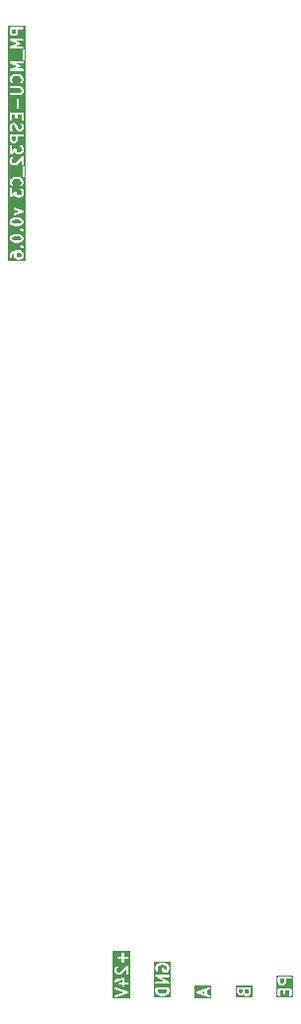
<source format=gbr>
%TF.GenerationSoftware,KiCad,Pcbnew,9.0.1*%
%TF.CreationDate,2025-05-24T17:26:16+03:00*%
%TF.ProjectId,PM_MCU-ESP32_C3,504d5f4d-4355-42d4-9553-5033325f4333,rev?*%
%TF.SameCoordinates,Original*%
%TF.FileFunction,Legend,Bot*%
%TF.FilePolarity,Positive*%
%FSLAX46Y46*%
G04 Gerber Fmt 4.6, Leading zero omitted, Abs format (unit mm)*
G04 Created by KiCad (PCBNEW 9.0.1) date 2025-05-24 17:26:16*
%MOMM*%
%LPD*%
G01*
G04 APERTURE LIST*
%ADD10C,0.200000*%
G04 APERTURE END LIST*
D10*
G36*
X21852219Y-46963862D02*
G01*
X21822414Y-47023471D01*
X21797746Y-47048138D01*
X21738135Y-47077945D01*
X21642492Y-47077945D01*
X21582882Y-47048140D01*
X21563430Y-47028688D01*
X21528409Y-46923623D01*
X21528409Y-46706517D01*
X21852219Y-46706517D01*
X21852219Y-46963862D01*
G37*
G36*
X21328409Y-46916243D02*
G01*
X21298604Y-46975852D01*
X21273935Y-47000520D01*
X21214326Y-47030326D01*
X21166302Y-47030326D01*
X21106692Y-47000521D01*
X21082024Y-46975852D01*
X21052219Y-46916242D01*
X21052219Y-46706517D01*
X21328409Y-46706517D01*
X21328409Y-46916243D01*
G37*
G36*
X22163330Y-47389056D02*
G01*
X20741108Y-47389056D01*
X20741108Y-46606517D01*
X20852219Y-46606517D01*
X20852219Y-46939850D01*
X20854140Y-46959359D01*
X20855515Y-46962679D01*
X20855770Y-46966263D01*
X20862776Y-46984571D01*
X20910395Y-47079809D01*
X20915680Y-47088205D01*
X20916691Y-47090645D01*
X20918944Y-47093391D01*
X20920838Y-47096399D01*
X20922832Y-47098128D01*
X20929127Y-47105799D01*
X20976746Y-47153417D01*
X20984412Y-47159709D01*
X20986145Y-47161707D01*
X20989153Y-47163600D01*
X20991899Y-47165854D01*
X20994339Y-47166864D01*
X21002736Y-47172150D01*
X21097973Y-47219769D01*
X21116282Y-47226775D01*
X21119865Y-47227029D01*
X21123186Y-47228405D01*
X21142695Y-47230326D01*
X21237933Y-47230326D01*
X21257442Y-47228405D01*
X21260762Y-47227029D01*
X21264346Y-47226775D01*
X21282654Y-47219769D01*
X21377892Y-47172150D01*
X21386288Y-47166864D01*
X21388728Y-47165854D01*
X21391474Y-47163600D01*
X21394482Y-47161707D01*
X21396211Y-47159712D01*
X21403882Y-47153418D01*
X21404670Y-47152629D01*
X21405317Y-47153418D01*
X21452936Y-47201036D01*
X21460602Y-47207328D01*
X21462335Y-47209326D01*
X21465343Y-47211219D01*
X21468089Y-47213473D01*
X21470529Y-47214483D01*
X21478926Y-47219769D01*
X21574163Y-47267388D01*
X21592472Y-47274394D01*
X21596055Y-47274648D01*
X21599376Y-47276024D01*
X21618885Y-47277945D01*
X21761742Y-47277945D01*
X21781251Y-47276024D01*
X21784571Y-47274648D01*
X21788155Y-47274394D01*
X21806463Y-47267388D01*
X21901701Y-47219769D01*
X21910093Y-47214485D01*
X21912537Y-47213474D01*
X21915286Y-47211217D01*
X21918291Y-47209326D01*
X21920020Y-47207331D01*
X21927690Y-47201037D01*
X21975310Y-47153419D01*
X21981603Y-47145750D01*
X21983600Y-47144019D01*
X21985493Y-47141010D01*
X21987747Y-47138265D01*
X21988757Y-47135824D01*
X21994043Y-47127428D01*
X22041662Y-47032191D01*
X22048668Y-47013882D01*
X22048922Y-47010298D01*
X22050298Y-47006978D01*
X22052219Y-46987469D01*
X22052219Y-46606517D01*
X22050298Y-46587008D01*
X22035366Y-46550960D01*
X22007776Y-46523370D01*
X21971728Y-46508438D01*
X21952219Y-46506517D01*
X20952219Y-46506517D01*
X20932710Y-46508438D01*
X20896662Y-46523370D01*
X20869072Y-46550960D01*
X20854140Y-46587008D01*
X20852219Y-46606517D01*
X20741108Y-46606517D01*
X20741108Y-46395406D01*
X22163330Y-46395406D01*
X22163330Y-47389056D01*
G37*
G36*
X24876028Y-46059100D02*
G01*
X24846223Y-46118709D01*
X24821554Y-46143377D01*
X24761945Y-46173183D01*
X24666302Y-46173183D01*
X24606692Y-46143378D01*
X24582024Y-46118709D01*
X24552219Y-46059099D01*
X24552219Y-45801755D01*
X24876028Y-45801755D01*
X24876028Y-46059100D01*
G37*
G36*
X25663330Y-47387135D02*
G01*
X24241108Y-47387135D01*
X24241108Y-46701755D01*
X24352219Y-46701755D01*
X24352219Y-47177945D01*
X24354140Y-47197454D01*
X24369072Y-47233502D01*
X24396662Y-47261092D01*
X24432710Y-47276024D01*
X24471728Y-47276024D01*
X24507776Y-47261092D01*
X24535366Y-47233502D01*
X24550298Y-47197454D01*
X24552219Y-47177945D01*
X24552219Y-46801755D01*
X24828409Y-46801755D01*
X24828409Y-47035088D01*
X24830330Y-47054597D01*
X24845262Y-47090645D01*
X24872852Y-47118235D01*
X24908900Y-47133167D01*
X24947918Y-47133167D01*
X24983966Y-47118235D01*
X25011556Y-47090645D01*
X25026488Y-47054597D01*
X25028409Y-47035088D01*
X25028409Y-46801755D01*
X25352219Y-46801755D01*
X25352219Y-47177945D01*
X25354140Y-47197454D01*
X25369072Y-47233502D01*
X25396662Y-47261092D01*
X25432710Y-47276024D01*
X25471728Y-47276024D01*
X25507776Y-47261092D01*
X25535366Y-47233502D01*
X25550298Y-47197454D01*
X25552219Y-47177945D01*
X25552219Y-46701755D01*
X25550298Y-46682246D01*
X25535366Y-46646198D01*
X25507776Y-46618608D01*
X25471728Y-46603676D01*
X25452219Y-46601755D01*
X24452219Y-46601755D01*
X24432710Y-46603676D01*
X24396662Y-46618608D01*
X24369072Y-46646198D01*
X24354140Y-46682246D01*
X24352219Y-46701755D01*
X24241108Y-46701755D01*
X24241108Y-45701755D01*
X24352219Y-45701755D01*
X24352219Y-46082707D01*
X24354140Y-46102216D01*
X24355515Y-46105536D01*
X24355770Y-46109120D01*
X24362776Y-46127428D01*
X24410395Y-46222666D01*
X24415680Y-46231062D01*
X24416691Y-46233502D01*
X24418944Y-46236248D01*
X24420838Y-46239256D01*
X24422832Y-46240985D01*
X24429127Y-46248656D01*
X24476746Y-46296274D01*
X24484412Y-46302566D01*
X24486145Y-46304564D01*
X24489153Y-46306457D01*
X24491899Y-46308711D01*
X24494339Y-46309721D01*
X24502736Y-46315007D01*
X24597973Y-46362626D01*
X24616282Y-46369632D01*
X24619865Y-46369886D01*
X24623186Y-46371262D01*
X24642695Y-46373183D01*
X24785552Y-46373183D01*
X24805061Y-46371262D01*
X24808381Y-46369886D01*
X24811965Y-46369632D01*
X24830273Y-46362626D01*
X24925511Y-46315007D01*
X24933907Y-46309721D01*
X24936347Y-46308711D01*
X24939093Y-46306457D01*
X24942101Y-46304564D01*
X24943830Y-46302569D01*
X24951501Y-46296275D01*
X24999119Y-46248656D01*
X25005411Y-46240989D01*
X25007409Y-46239257D01*
X25009302Y-46236248D01*
X25011556Y-46233503D01*
X25012566Y-46231062D01*
X25017852Y-46222666D01*
X25065471Y-46127429D01*
X25072477Y-46109120D01*
X25072731Y-46105536D01*
X25074107Y-46102216D01*
X25076028Y-46082707D01*
X25076028Y-45801755D01*
X25452219Y-45801755D01*
X25471728Y-45799834D01*
X25507776Y-45784902D01*
X25535366Y-45757312D01*
X25550298Y-45721264D01*
X25550298Y-45682246D01*
X25535366Y-45646198D01*
X25507776Y-45618608D01*
X25471728Y-45603676D01*
X25452219Y-45601755D01*
X24452219Y-45601755D01*
X24432710Y-45603676D01*
X24396662Y-45618608D01*
X24369072Y-45646198D01*
X24354140Y-45682246D01*
X24352219Y-45701755D01*
X24241108Y-45701755D01*
X24241108Y-45490644D01*
X25663330Y-45490644D01*
X25663330Y-47387135D01*
G37*
G36*
X2297746Y16357664D02*
G01*
X2322414Y16332997D01*
X2352219Y16273387D01*
X2352219Y16130125D01*
X2322414Y16070516D01*
X2297746Y16045849D01*
X2238135Y16016042D01*
X2047254Y16016042D01*
X1987644Y16045847D01*
X1962976Y16070516D01*
X1933171Y16130126D01*
X1933171Y16273387D01*
X1962976Y16332997D01*
X1987644Y16357666D01*
X2047254Y16387470D01*
X2238135Y16387470D01*
X2297746Y16357664D01*
G37*
G36*
X2226837Y17774071D02*
G01*
X2297746Y17738616D01*
X2322414Y17713949D01*
X2352219Y17654339D01*
X2352219Y17606315D01*
X2322414Y17546706D01*
X2297746Y17522039D01*
X2226837Y17486584D01*
X2058956Y17444613D01*
X1845480Y17444613D01*
X1677599Y17486584D01*
X1606692Y17522037D01*
X1582024Y17546706D01*
X1552219Y17606316D01*
X1552219Y17654339D01*
X1582024Y17713949D01*
X1606692Y17738618D01*
X1677599Y17774071D01*
X1845480Y17816041D01*
X2058956Y17816041D01*
X2226837Y17774071D01*
G37*
G36*
X2226837Y19202642D02*
G01*
X2297746Y19167187D01*
X2322414Y19142520D01*
X2352219Y19082910D01*
X2352219Y19034886D01*
X2322414Y18975277D01*
X2297746Y18950610D01*
X2226837Y18915155D01*
X2058956Y18873184D01*
X1845480Y18873184D01*
X1677599Y18915155D01*
X1606692Y18950608D01*
X1582024Y18975277D01*
X1552219Y19034887D01*
X1552219Y19082910D01*
X1582024Y19142520D01*
X1606692Y19167189D01*
X1677599Y19202642D01*
X1845480Y19244612D01*
X2058956Y19244612D01*
X2226837Y19202642D01*
G37*
G36*
X1876028Y26082506D02*
G01*
X1846223Y26022897D01*
X1821554Y25998229D01*
X1761945Y25968423D01*
X1666302Y25968423D01*
X1606692Y25998228D01*
X1582024Y26022897D01*
X1552219Y26082507D01*
X1552219Y26339851D01*
X1876028Y26339851D01*
X1876028Y26082506D01*
G37*
G36*
X1876028Y35272982D02*
G01*
X1846223Y35213373D01*
X1821554Y35188705D01*
X1761945Y35158899D01*
X1666302Y35158899D01*
X1606692Y35188704D01*
X1582024Y35213373D01*
X1552219Y35272983D01*
X1552219Y35530327D01*
X1876028Y35530327D01*
X1876028Y35272982D01*
G37*
G36*
X2758568Y15704931D02*
G01*
X1241108Y15704931D01*
X1241108Y16201756D01*
X1352219Y16201756D01*
X1352219Y16011280D01*
X1354140Y15991771D01*
X1369072Y15955723D01*
X1396662Y15928133D01*
X1432710Y15913201D01*
X1471728Y15913201D01*
X1507776Y15928133D01*
X1535366Y15955723D01*
X1550298Y15991771D01*
X1552219Y16011280D01*
X1552219Y16178149D01*
X1582024Y16237759D01*
X1611165Y16266901D01*
X1731372Y16347039D01*
X1748534Y16351329D01*
X1743728Y16341715D01*
X1736722Y16323407D01*
X1736467Y16319824D01*
X1735092Y16316503D01*
X1733171Y16296994D01*
X1733171Y16106518D01*
X1735092Y16087009D01*
X1736467Y16083689D01*
X1736722Y16080105D01*
X1743728Y16061797D01*
X1791347Y15966559D01*
X1796632Y15958163D01*
X1797643Y15955723D01*
X1799896Y15952977D01*
X1801790Y15949969D01*
X1803784Y15948240D01*
X1810079Y15940569D01*
X1857698Y15892951D01*
X1865364Y15886659D01*
X1867097Y15884661D01*
X1870105Y15882768D01*
X1872851Y15880514D01*
X1875291Y15879504D01*
X1883688Y15874218D01*
X1978925Y15826599D01*
X1997234Y15819593D01*
X2000817Y15819339D01*
X2004138Y15817963D01*
X2023647Y15816042D01*
X2261742Y15816042D01*
X2281251Y15817963D01*
X2284571Y15819339D01*
X2288155Y15819593D01*
X2306463Y15826599D01*
X2401701Y15874218D01*
X2410093Y15879502D01*
X2412537Y15880513D01*
X2415286Y15882770D01*
X2418291Y15884661D01*
X2420020Y15886656D01*
X2427690Y15892950D01*
X2475310Y15940568D01*
X2481603Y15948237D01*
X2483600Y15949968D01*
X2485493Y15952977D01*
X2487747Y15955722D01*
X2488757Y15958163D01*
X2494043Y15966559D01*
X2541662Y16061796D01*
X2548668Y16080105D01*
X2548922Y16083689D01*
X2550298Y16087009D01*
X2552219Y16106518D01*
X2552219Y16296994D01*
X2550298Y16316503D01*
X2548922Y16319824D01*
X2548668Y16323407D01*
X2541662Y16341716D01*
X2494043Y16436953D01*
X2488757Y16445350D01*
X2487747Y16447790D01*
X2485493Y16450536D01*
X2483600Y16453544D01*
X2481603Y16455276D01*
X2475310Y16462944D01*
X2427690Y16510562D01*
X2420020Y16516857D01*
X2418291Y16518851D01*
X2415286Y16520743D01*
X2412537Y16522999D01*
X2410093Y16524011D01*
X2401701Y16529294D01*
X2306463Y16576913D01*
X2288155Y16583919D01*
X2284571Y16584174D01*
X2281251Y16585549D01*
X2261742Y16587470D01*
X1880790Y16587470D01*
X1877387Y16587135D01*
X1875929Y16587352D01*
X1868631Y16586273D01*
X1861281Y16585549D01*
X1859917Y16584985D01*
X1856536Y16584484D01*
X1666060Y16536865D01*
X1654565Y16532759D01*
X1652142Y16532279D01*
X1649945Y16531109D01*
X1647600Y16530270D01*
X1645613Y16528799D01*
X1634844Y16523056D01*
X1491987Y16427818D01*
X1491933Y16427775D01*
X1491899Y16427760D01*
X1484413Y16421616D01*
X1476820Y16415398D01*
X1476798Y16415367D01*
X1476746Y16415323D01*
X1429127Y16367705D01*
X1422832Y16360035D01*
X1420838Y16358305D01*
X1418944Y16355298D01*
X1416691Y16352551D01*
X1415680Y16350112D01*
X1410395Y16341715D01*
X1362776Y16246477D01*
X1355770Y16228169D01*
X1355515Y16224586D01*
X1354140Y16221265D01*
X1352219Y16201756D01*
X1241108Y16201756D01*
X1241108Y16935550D01*
X2258901Y16935550D01*
X2258901Y16896532D01*
X2260385Y16892949D01*
X2273832Y16860484D01*
X2273833Y16860483D01*
X2286270Y16845330D01*
X2333890Y16797711D01*
X2349043Y16785274D01*
X2374533Y16774717D01*
X2385091Y16770343D01*
X2385092Y16770343D01*
X2424109Y16770343D01*
X2445226Y16779091D01*
X2460158Y16785275D01*
X2460162Y16785280D01*
X2475311Y16797711D01*
X2522929Y16845330D01*
X2535366Y16860483D01*
X2546735Y16887931D01*
X2550298Y16896532D01*
X2550298Y16935550D01*
X2535366Y16971598D01*
X2535366Y16971599D01*
X2522929Y16986752D01*
X2475311Y17034371D01*
X2460162Y17046803D01*
X2460158Y17046807D01*
X2445226Y17052992D01*
X2424109Y17061739D01*
X2385091Y17061739D01*
X2374533Y17057366D01*
X2349043Y17046808D01*
X2333890Y17034371D01*
X2286270Y16986752D01*
X2273833Y16971599D01*
X2273832Y16971598D01*
X2263274Y16946108D01*
X2258901Y16935550D01*
X1241108Y16935550D01*
X1241108Y17677946D01*
X1352219Y17677946D01*
X1352219Y17582708D01*
X1354140Y17563199D01*
X1355515Y17559879D01*
X1355770Y17556295D01*
X1362776Y17537987D01*
X1410395Y17442749D01*
X1415680Y17434353D01*
X1416691Y17431913D01*
X1418944Y17429167D01*
X1420838Y17426159D01*
X1422832Y17424430D01*
X1429127Y17416759D01*
X1476746Y17369141D01*
X1484412Y17362849D01*
X1486145Y17360851D01*
X1489153Y17358958D01*
X1491899Y17356704D01*
X1494339Y17355694D01*
X1502736Y17350408D01*
X1597973Y17302789D01*
X1599401Y17302243D01*
X1599981Y17301813D01*
X1608157Y17298892D01*
X1616282Y17295783D01*
X1617002Y17295732D01*
X1618441Y17295218D01*
X1808917Y17247599D01*
X1812298Y17247099D01*
X1813662Y17246534D01*
X1821012Y17245811D01*
X1828310Y17244731D01*
X1829768Y17244949D01*
X1833171Y17244613D01*
X2071266Y17244613D01*
X2074668Y17244949D01*
X2076127Y17244731D01*
X2083424Y17245811D01*
X2090775Y17246534D01*
X2092138Y17247099D01*
X2095520Y17247599D01*
X2285995Y17295218D01*
X2287432Y17295732D01*
X2288155Y17295783D01*
X2296279Y17298892D01*
X2304456Y17301813D01*
X2305036Y17302244D01*
X2306463Y17302789D01*
X2401701Y17350408D01*
X2410093Y17355692D01*
X2412537Y17356703D01*
X2415286Y17358960D01*
X2418291Y17360851D01*
X2420020Y17362846D01*
X2427690Y17369140D01*
X2475310Y17416758D01*
X2481603Y17424427D01*
X2483600Y17426158D01*
X2485493Y17429167D01*
X2487747Y17431912D01*
X2488757Y17434353D01*
X2494043Y17442749D01*
X2541662Y17537986D01*
X2548668Y17556295D01*
X2548922Y17559879D01*
X2550298Y17563199D01*
X2552219Y17582708D01*
X2552219Y17677946D01*
X2550298Y17697455D01*
X2548922Y17700776D01*
X2548668Y17704359D01*
X2541662Y17722668D01*
X2494043Y17817905D01*
X2488757Y17826302D01*
X2487747Y17828742D01*
X2485493Y17831488D01*
X2483600Y17834496D01*
X2481603Y17836228D01*
X2475310Y17843896D01*
X2427690Y17891514D01*
X2420020Y17897809D01*
X2418291Y17899803D01*
X2415286Y17901695D01*
X2412537Y17903951D01*
X2410093Y17904963D01*
X2401701Y17910246D01*
X2306463Y17957865D01*
X2305036Y17958411D01*
X2304456Y17958841D01*
X2296279Y17961763D01*
X2288155Y17964871D01*
X2287432Y17964923D01*
X2285995Y17965436D01*
X2095520Y18013055D01*
X2092138Y18013556D01*
X2090775Y18014120D01*
X2083424Y18014844D01*
X2076127Y18015923D01*
X2074668Y18015706D01*
X2071266Y18016041D01*
X1833171Y18016041D01*
X1829768Y18015706D01*
X1828310Y18015923D01*
X1821012Y18014844D01*
X1813662Y18014120D01*
X1812298Y18013556D01*
X1808917Y18013055D01*
X1618441Y17965436D01*
X1617002Y17964923D01*
X1616282Y17964871D01*
X1608157Y17961763D01*
X1599981Y17958841D01*
X1599401Y17958412D01*
X1597973Y17957865D01*
X1502736Y17910246D01*
X1494339Y17904961D01*
X1491899Y17903950D01*
X1489153Y17901697D01*
X1486145Y17899803D01*
X1484412Y17897806D01*
X1476746Y17891513D01*
X1429127Y17843895D01*
X1422832Y17836225D01*
X1420838Y17834495D01*
X1418944Y17831488D01*
X1416691Y17828741D01*
X1415680Y17826302D01*
X1410395Y17817905D01*
X1362776Y17722667D01*
X1355770Y17704359D01*
X1355515Y17700776D01*
X1354140Y17697455D01*
X1352219Y17677946D01*
X1241108Y17677946D01*
X1241108Y18364121D01*
X2258901Y18364121D01*
X2258901Y18325103D01*
X2260385Y18321520D01*
X2273832Y18289055D01*
X2273833Y18289054D01*
X2286270Y18273901D01*
X2333890Y18226282D01*
X2349043Y18213845D01*
X2374533Y18203288D01*
X2385091Y18198914D01*
X2385092Y18198914D01*
X2424109Y18198914D01*
X2445226Y18207662D01*
X2460158Y18213846D01*
X2460162Y18213851D01*
X2475311Y18226282D01*
X2522929Y18273901D01*
X2535366Y18289054D01*
X2546735Y18316502D01*
X2550298Y18325103D01*
X2550298Y18364121D01*
X2535366Y18400169D01*
X2535366Y18400170D01*
X2522929Y18415323D01*
X2475311Y18462942D01*
X2460162Y18475374D01*
X2460158Y18475378D01*
X2445226Y18481563D01*
X2424109Y18490310D01*
X2385091Y18490310D01*
X2374533Y18485937D01*
X2349043Y18475379D01*
X2333890Y18462942D01*
X2286270Y18415323D01*
X2273833Y18400170D01*
X2273832Y18400169D01*
X2263274Y18374679D01*
X2258901Y18364121D01*
X1241108Y18364121D01*
X1241108Y19106517D01*
X1352219Y19106517D01*
X1352219Y19011279D01*
X1354140Y18991770D01*
X1355515Y18988450D01*
X1355770Y18984866D01*
X1362776Y18966558D01*
X1410395Y18871320D01*
X1415680Y18862924D01*
X1416691Y18860484D01*
X1418944Y18857738D01*
X1420838Y18854730D01*
X1422832Y18853001D01*
X1429127Y18845330D01*
X1476746Y18797712D01*
X1484412Y18791420D01*
X1486145Y18789422D01*
X1489153Y18787529D01*
X1491899Y18785275D01*
X1494339Y18784265D01*
X1502736Y18778979D01*
X1597973Y18731360D01*
X1599401Y18730814D01*
X1599981Y18730384D01*
X1608157Y18727463D01*
X1616282Y18724354D01*
X1617002Y18724303D01*
X1618441Y18723789D01*
X1808917Y18676170D01*
X1812298Y18675670D01*
X1813662Y18675105D01*
X1821012Y18674382D01*
X1828310Y18673302D01*
X1829768Y18673520D01*
X1833171Y18673184D01*
X2071266Y18673184D01*
X2074668Y18673520D01*
X2076127Y18673302D01*
X2083424Y18674382D01*
X2090775Y18675105D01*
X2092138Y18675670D01*
X2095520Y18676170D01*
X2285995Y18723789D01*
X2287432Y18724303D01*
X2288155Y18724354D01*
X2296279Y18727463D01*
X2304456Y18730384D01*
X2305036Y18730815D01*
X2306463Y18731360D01*
X2401701Y18778979D01*
X2410093Y18784263D01*
X2412537Y18785274D01*
X2415286Y18787531D01*
X2418291Y18789422D01*
X2420020Y18791417D01*
X2427690Y18797711D01*
X2475310Y18845329D01*
X2481603Y18852998D01*
X2483600Y18854729D01*
X2485493Y18857738D01*
X2487747Y18860483D01*
X2488757Y18862924D01*
X2494043Y18871320D01*
X2541662Y18966557D01*
X2548668Y18984866D01*
X2548922Y18988450D01*
X2550298Y18991770D01*
X2552219Y19011279D01*
X2552219Y19106517D01*
X2550298Y19126026D01*
X2548922Y19129347D01*
X2548668Y19132930D01*
X2541662Y19151239D01*
X2494043Y19246476D01*
X2488757Y19254873D01*
X2487747Y19257313D01*
X2485493Y19260059D01*
X2483600Y19263067D01*
X2481603Y19264799D01*
X2475310Y19272467D01*
X2427690Y19320085D01*
X2420020Y19326380D01*
X2418291Y19328374D01*
X2415286Y19330266D01*
X2412537Y19332522D01*
X2410093Y19333534D01*
X2401701Y19338817D01*
X2306463Y19386436D01*
X2305036Y19386982D01*
X2304456Y19387412D01*
X2296279Y19390334D01*
X2288155Y19393442D01*
X2287432Y19393494D01*
X2285995Y19394007D01*
X2095520Y19441626D01*
X2092138Y19442127D01*
X2090775Y19442691D01*
X2083424Y19443415D01*
X2076127Y19444494D01*
X2074668Y19444277D01*
X2071266Y19444612D01*
X1833171Y19444612D01*
X1829768Y19444277D01*
X1828310Y19444494D01*
X1821012Y19443415D01*
X1813662Y19442691D01*
X1812298Y19442127D01*
X1808917Y19441626D01*
X1618441Y19394007D01*
X1617002Y19393494D01*
X1616282Y19393442D01*
X1608157Y19390334D01*
X1599981Y19387412D01*
X1599401Y19386983D01*
X1597973Y19386436D01*
X1502736Y19338817D01*
X1494339Y19333532D01*
X1491899Y19332521D01*
X1489153Y19330268D01*
X1486145Y19328374D01*
X1484412Y19326377D01*
X1476746Y19320084D01*
X1429127Y19272466D01*
X1422832Y19264796D01*
X1420838Y19263066D01*
X1418944Y19260059D01*
X1416691Y19257312D01*
X1415680Y19254873D01*
X1410395Y19246476D01*
X1362776Y19151238D01*
X1355770Y19132930D01*
X1355515Y19129347D01*
X1354140Y19126026D01*
X1352219Y19106517D01*
X1241108Y19106517D01*
X1241108Y20168751D01*
X1686625Y20168751D01*
X1688563Y20129781D01*
X1705266Y20094519D01*
X1734192Y20068332D01*
X1751918Y20059962D01*
X2154897Y19916041D01*
X1751918Y19772120D01*
X1734192Y19763750D01*
X1705266Y19737563D01*
X1688563Y19702301D01*
X1686625Y19663331D01*
X1699748Y19626586D01*
X1725935Y19597660D01*
X1761197Y19580957D01*
X1800167Y19579019D01*
X1819186Y19583772D01*
X2485852Y19821867D01*
X2503579Y19830237D01*
X2507301Y19833608D01*
X2511836Y19835755D01*
X2521657Y19846605D01*
X2532504Y19856424D01*
X2534651Y19860959D01*
X2538022Y19864681D01*
X2542943Y19878463D01*
X2549208Y19891686D01*
X2549457Y19896701D01*
X2551145Y19901426D01*
X2550418Y19916041D01*
X2551145Y19930656D01*
X2549457Y19935382D01*
X2549208Y19940396D01*
X2542943Y19953620D01*
X2538022Y19967401D01*
X2534651Y19971124D01*
X2532504Y19975658D01*
X2521657Y19985478D01*
X2511836Y19996327D01*
X2507301Y19998475D01*
X2503579Y20001845D01*
X2485852Y20010215D01*
X1819186Y20248310D01*
X1800167Y20253063D01*
X1761197Y20251125D01*
X1725935Y20234422D01*
X1699748Y20205496D01*
X1686625Y20168751D01*
X1241108Y20168751D01*
X1241108Y21868422D01*
X1352219Y21868422D01*
X1352219Y21249375D01*
X1353234Y21239058D01*
X1353060Y21236433D01*
X1353671Y21234626D01*
X1354140Y21229866D01*
X1360355Y21214861D01*
X1365560Y21199472D01*
X1367781Y21196933D01*
X1369072Y21193818D01*
X1380556Y21182334D01*
X1391254Y21170108D01*
X1394277Y21168613D01*
X1396662Y21166228D01*
X1411668Y21160012D01*
X1426229Y21152811D01*
X1429594Y21152587D01*
X1432710Y21151296D01*
X1448958Y21151296D01*
X1465161Y21150216D01*
X1468354Y21151296D01*
X1471728Y21151296D01*
X1486733Y21157512D01*
X1502122Y21162716D01*
X1506012Y21165498D01*
X1507776Y21166228D01*
X1509635Y21168088D01*
X1518069Y21174117D01*
X1751923Y21378740D01*
X1791347Y21299892D01*
X1796632Y21291496D01*
X1797643Y21289056D01*
X1799896Y21286310D01*
X1801790Y21283302D01*
X1803784Y21281573D01*
X1810079Y21273902D01*
X1857698Y21226284D01*
X1865364Y21219992D01*
X1867097Y21217994D01*
X1870105Y21216101D01*
X1872851Y21213847D01*
X1875291Y21212837D01*
X1883688Y21207551D01*
X1978925Y21159932D01*
X1997234Y21152926D01*
X2000817Y21152672D01*
X2004138Y21151296D01*
X2023647Y21149375D01*
X2261742Y21149375D01*
X2281251Y21151296D01*
X2284571Y21152672D01*
X2288155Y21152926D01*
X2306463Y21159932D01*
X2401701Y21207551D01*
X2410093Y21212835D01*
X2412537Y21213846D01*
X2415286Y21216103D01*
X2418291Y21217994D01*
X2420020Y21219989D01*
X2427690Y21226283D01*
X2475310Y21273901D01*
X2481603Y21281570D01*
X2483600Y21283301D01*
X2485493Y21286310D01*
X2487747Y21289055D01*
X2488757Y21291496D01*
X2494043Y21299892D01*
X2541662Y21395129D01*
X2548668Y21413438D01*
X2548922Y21417022D01*
X2550298Y21420342D01*
X2552219Y21439851D01*
X2552219Y21725565D01*
X2550298Y21745074D01*
X2548922Y21748395D01*
X2548668Y21751978D01*
X2541662Y21770287D01*
X2494043Y21865524D01*
X2488757Y21873921D01*
X2487747Y21876361D01*
X2485493Y21879107D01*
X2483600Y21882115D01*
X2481603Y21883847D01*
X2475310Y21891515D01*
X2427690Y21939133D01*
X2412537Y21951570D01*
X2376488Y21966501D01*
X2337470Y21966500D01*
X2301422Y21951569D01*
X2273832Y21923979D01*
X2258901Y21887930D01*
X2258902Y21848912D01*
X2273833Y21812864D01*
X2286270Y21797711D01*
X2322414Y21761568D01*
X2352219Y21701958D01*
X2352219Y21463458D01*
X2322414Y21403849D01*
X2297746Y21379182D01*
X2238135Y21349375D01*
X2047254Y21349375D01*
X1987644Y21379180D01*
X1962976Y21403849D01*
X1933171Y21463459D01*
X1933171Y21582708D01*
X1932155Y21593026D01*
X1932330Y21595650D01*
X1931718Y21597458D01*
X1931250Y21602217D01*
X1925035Y21617221D01*
X1919830Y21632612D01*
X1917607Y21635152D01*
X1916318Y21638265D01*
X1904840Y21649743D01*
X1894136Y21661976D01*
X1891111Y21663472D01*
X1888728Y21665855D01*
X1873726Y21672070D01*
X1859161Y21679272D01*
X1855795Y21679497D01*
X1852680Y21680787D01*
X1836432Y21680787D01*
X1820229Y21681867D01*
X1817036Y21680787D01*
X1813662Y21680787D01*
X1798656Y21674572D01*
X1783268Y21669367D01*
X1779377Y21666586D01*
X1777614Y21665855D01*
X1775754Y21663996D01*
X1767321Y21657966D01*
X1552219Y21469752D01*
X1552219Y21868422D01*
X1550298Y21887931D01*
X1535366Y21923979D01*
X1507776Y21951569D01*
X1471728Y21966501D01*
X1432710Y21966501D01*
X1396662Y21951569D01*
X1369072Y21923979D01*
X1354140Y21887931D01*
X1352219Y21868422D01*
X1241108Y21868422D01*
X1241108Y22487470D01*
X1352219Y22487470D01*
X1352219Y22392232D01*
X1353191Y22382359D01*
X1353004Y22379725D01*
X1353791Y22376262D01*
X1354140Y22372723D01*
X1355151Y22370281D01*
X1357351Y22360609D01*
X1404970Y22217753D01*
X1412961Y22199852D01*
X1415316Y22197137D01*
X1416691Y22193818D01*
X1429127Y22178664D01*
X1476746Y22131046D01*
X1491899Y22118609D01*
X1527948Y22103678D01*
X1566966Y22103678D01*
X1603014Y22118609D01*
X1630604Y22146199D01*
X1645535Y22182247D01*
X1645535Y22221265D01*
X1630604Y22257314D01*
X1618167Y22272467D01*
X1587240Y22303394D01*
X1552219Y22408459D01*
X1552219Y22471243D01*
X1587240Y22576308D01*
X1654313Y22643380D01*
X1725218Y22678833D01*
X1893099Y22720803D01*
X2011337Y22720803D01*
X2179218Y22678833D01*
X2250127Y22643379D01*
X2317197Y22576309D01*
X2352219Y22471244D01*
X2352219Y22408459D01*
X2317197Y22303394D01*
X2286270Y22272467D01*
X2273833Y22257314D01*
X2258902Y22221266D01*
X2258901Y22182248D01*
X2273832Y22146199D01*
X2301422Y22118609D01*
X2337470Y22103678D01*
X2376488Y22103677D01*
X2412537Y22118608D01*
X2427690Y22131045D01*
X2475310Y22178663D01*
X2487747Y22193817D01*
X2489122Y22197137D01*
X2491477Y22199852D01*
X2499468Y22217752D01*
X2547087Y22360609D01*
X2549286Y22370282D01*
X2550298Y22372723D01*
X2550646Y22376261D01*
X2551434Y22379724D01*
X2551246Y22382359D01*
X2552219Y22392232D01*
X2552219Y22487470D01*
X2551246Y22497344D01*
X2551434Y22499978D01*
X2550646Y22503442D01*
X2550298Y22506979D01*
X2549286Y22509421D01*
X2547087Y22519093D01*
X2499468Y22661950D01*
X2491477Y22679850D01*
X2489122Y22682566D01*
X2487747Y22685885D01*
X2475311Y22701038D01*
X2380071Y22796276D01*
X2372401Y22802571D01*
X2370672Y22804565D01*
X2367667Y22806457D01*
X2364918Y22808713D01*
X2362474Y22809726D01*
X2354082Y22815008D01*
X2258844Y22862627D01*
X2257417Y22863173D01*
X2256837Y22863603D01*
X2248660Y22866525D01*
X2240536Y22869633D01*
X2239813Y22869685D01*
X2238376Y22870198D01*
X2047901Y22917817D01*
X2044519Y22918318D01*
X2043156Y22918882D01*
X2035805Y22919606D01*
X2028508Y22920685D01*
X2027049Y22920468D01*
X2023647Y22920803D01*
X1880790Y22920803D01*
X1877387Y22920468D01*
X1875929Y22920685D01*
X1868631Y22919606D01*
X1861281Y22918882D01*
X1859917Y22918318D01*
X1856536Y22917817D01*
X1666060Y22870198D01*
X1664621Y22869685D01*
X1663901Y22869633D01*
X1655776Y22866525D01*
X1647600Y22863603D01*
X1647020Y22863174D01*
X1645592Y22862627D01*
X1550355Y22815008D01*
X1541956Y22809722D01*
X1539519Y22808712D01*
X1536775Y22806461D01*
X1533764Y22804565D01*
X1532031Y22802568D01*
X1524365Y22796276D01*
X1429127Y22701038D01*
X1416691Y22685884D01*
X1415316Y22682566D01*
X1412961Y22679850D01*
X1404970Y22661949D01*
X1357351Y22519093D01*
X1355151Y22509422D01*
X1354140Y22506979D01*
X1353791Y22503441D01*
X1353004Y22499977D01*
X1353191Y22497344D01*
X1352219Y22487470D01*
X1241108Y22487470D01*
X1241108Y23773184D01*
X2447457Y23773184D01*
X2447457Y23011280D01*
X2449378Y22991771D01*
X2464310Y22955723D01*
X2491900Y22928133D01*
X2527948Y22913201D01*
X2566966Y22913201D01*
X2603014Y22928133D01*
X2630604Y22955723D01*
X2645536Y22991771D01*
X2647457Y23011280D01*
X2647457Y23773184D01*
X2645536Y23792693D01*
X2630604Y23828741D01*
X2603014Y23856331D01*
X2566966Y23871263D01*
X2527948Y23871263D01*
X2491900Y23856331D01*
X2464310Y23828741D01*
X2449378Y23792693D01*
X2447457Y23773184D01*
X1241108Y23773184D01*
X1241108Y24392232D01*
X1352219Y24392232D01*
X1352219Y24154137D01*
X1354140Y24134628D01*
X1355515Y24131308D01*
X1355770Y24127724D01*
X1362776Y24109416D01*
X1410395Y24014178D01*
X1415680Y24005782D01*
X1416691Y24003342D01*
X1418944Y24000596D01*
X1420838Y23997588D01*
X1422832Y23995859D01*
X1429127Y23988188D01*
X1476746Y23940570D01*
X1484412Y23934278D01*
X1486145Y23932280D01*
X1489153Y23930387D01*
X1491899Y23928133D01*
X1494339Y23927123D01*
X1502736Y23921837D01*
X1597973Y23874218D01*
X1616282Y23867212D01*
X1619865Y23866958D01*
X1623186Y23865582D01*
X1642695Y23863661D01*
X1737933Y23863661D01*
X1747806Y23864634D01*
X1750440Y23864446D01*
X1753903Y23865234D01*
X1757442Y23865582D01*
X1759884Y23866594D01*
X1769556Y23868793D01*
X1912412Y23916412D01*
X1930313Y23924403D01*
X1933028Y23926759D01*
X1936347Y23928133D01*
X1951501Y23940569D01*
X2352219Y24341287D01*
X2352219Y23963661D01*
X2354140Y23944152D01*
X2369072Y23908104D01*
X2396662Y23880514D01*
X2432710Y23865582D01*
X2471728Y23865582D01*
X2507776Y23880514D01*
X2535366Y23908104D01*
X2550298Y23944152D01*
X2552219Y23963661D01*
X2552219Y24582708D01*
X2550298Y24602217D01*
X2535366Y24638265D01*
X2507776Y24665855D01*
X2471728Y24680787D01*
X2432710Y24680787D01*
X2396662Y24665855D01*
X2381508Y24653419D01*
X1826770Y24098683D01*
X1721706Y24063661D01*
X1666302Y24063661D01*
X1606692Y24093466D01*
X1582024Y24118135D01*
X1552219Y24177745D01*
X1552219Y24368625D01*
X1582024Y24428235D01*
X1618167Y24464378D01*
X1630604Y24479531D01*
X1645535Y24515580D01*
X1645535Y24554598D01*
X1630604Y24590646D01*
X1603014Y24618236D01*
X1566966Y24633167D01*
X1527948Y24633167D01*
X1491899Y24618236D01*
X1476746Y24605799D01*
X1429127Y24558181D01*
X1422832Y24550511D01*
X1420838Y24548781D01*
X1418944Y24545774D01*
X1416691Y24543027D01*
X1415680Y24540588D01*
X1410395Y24532191D01*
X1362776Y24436953D01*
X1355770Y24418645D01*
X1355515Y24415062D01*
X1354140Y24411741D01*
X1352219Y24392232D01*
X1241108Y24392232D01*
X1241108Y25535089D01*
X1352219Y25535089D01*
X1352219Y24916042D01*
X1353234Y24905725D01*
X1353060Y24903100D01*
X1353671Y24901293D01*
X1354140Y24896533D01*
X1360355Y24881528D01*
X1365560Y24866139D01*
X1367781Y24863600D01*
X1369072Y24860485D01*
X1380556Y24849001D01*
X1391254Y24836775D01*
X1394277Y24835280D01*
X1396662Y24832895D01*
X1411668Y24826679D01*
X1426229Y24819478D01*
X1429594Y24819254D01*
X1432710Y24817963D01*
X1448958Y24817963D01*
X1465161Y24816883D01*
X1468354Y24817963D01*
X1471728Y24817963D01*
X1486733Y24824179D01*
X1502122Y24829383D01*
X1506012Y24832165D01*
X1507776Y24832895D01*
X1509635Y24834755D01*
X1518069Y24840784D01*
X1751923Y25045407D01*
X1791347Y24966559D01*
X1796632Y24958163D01*
X1797643Y24955723D01*
X1799896Y24952977D01*
X1801790Y24949969D01*
X1803784Y24948240D01*
X1810079Y24940569D01*
X1857698Y24892951D01*
X1865364Y24886659D01*
X1867097Y24884661D01*
X1870105Y24882768D01*
X1872851Y24880514D01*
X1875291Y24879504D01*
X1883688Y24874218D01*
X1978925Y24826599D01*
X1997234Y24819593D01*
X2000817Y24819339D01*
X2004138Y24817963D01*
X2023647Y24816042D01*
X2261742Y24816042D01*
X2281251Y24817963D01*
X2284571Y24819339D01*
X2288155Y24819593D01*
X2306463Y24826599D01*
X2401701Y24874218D01*
X2410093Y24879502D01*
X2412537Y24880513D01*
X2415286Y24882770D01*
X2418291Y24884661D01*
X2420020Y24886656D01*
X2427690Y24892950D01*
X2475310Y24940568D01*
X2481603Y24948237D01*
X2483600Y24949968D01*
X2485493Y24952977D01*
X2487747Y24955722D01*
X2488757Y24958163D01*
X2494043Y24966559D01*
X2541662Y25061796D01*
X2548668Y25080105D01*
X2548922Y25083689D01*
X2550298Y25087009D01*
X2552219Y25106518D01*
X2552219Y25392232D01*
X2550298Y25411741D01*
X2548922Y25415062D01*
X2548668Y25418645D01*
X2541662Y25436954D01*
X2494043Y25532191D01*
X2488757Y25540588D01*
X2487747Y25543028D01*
X2485493Y25545774D01*
X2483600Y25548782D01*
X2481603Y25550514D01*
X2475310Y25558182D01*
X2427690Y25605800D01*
X2412537Y25618237D01*
X2376488Y25633168D01*
X2337470Y25633167D01*
X2301422Y25618236D01*
X2273832Y25590646D01*
X2258901Y25554597D01*
X2258902Y25515579D01*
X2273833Y25479531D01*
X2286270Y25464378D01*
X2322414Y25428235D01*
X2352219Y25368625D01*
X2352219Y25130125D01*
X2322414Y25070516D01*
X2297746Y25045849D01*
X2238135Y25016042D01*
X2047254Y25016042D01*
X1987644Y25045847D01*
X1962976Y25070516D01*
X1933171Y25130126D01*
X1933171Y25249375D01*
X1932155Y25259693D01*
X1932330Y25262317D01*
X1931718Y25264125D01*
X1931250Y25268884D01*
X1925035Y25283888D01*
X1919830Y25299279D01*
X1917607Y25301819D01*
X1916318Y25304932D01*
X1904840Y25316410D01*
X1894136Y25328643D01*
X1891111Y25330139D01*
X1888728Y25332522D01*
X1873726Y25338737D01*
X1859161Y25345939D01*
X1855795Y25346164D01*
X1852680Y25347454D01*
X1836432Y25347454D01*
X1820229Y25348534D01*
X1817036Y25347454D01*
X1813662Y25347454D01*
X1798656Y25341239D01*
X1783268Y25336034D01*
X1779377Y25333253D01*
X1777614Y25332522D01*
X1775754Y25330663D01*
X1767321Y25324633D01*
X1552219Y25136419D01*
X1552219Y25535089D01*
X1550298Y25554598D01*
X1535366Y25590646D01*
X1507776Y25618236D01*
X1471728Y25633168D01*
X1432710Y25633168D01*
X1396662Y25618236D01*
X1369072Y25590646D01*
X1354140Y25554598D01*
X1352219Y25535089D01*
X1241108Y25535089D01*
X1241108Y26439851D01*
X1352219Y26439851D01*
X1352219Y26058899D01*
X1354140Y26039390D01*
X1355515Y26036070D01*
X1355770Y26032486D01*
X1362776Y26014178D01*
X1410395Y25918940D01*
X1415680Y25910544D01*
X1416691Y25908104D01*
X1418944Y25905358D01*
X1420838Y25902350D01*
X1422832Y25900621D01*
X1429127Y25892950D01*
X1476746Y25845332D01*
X1484412Y25839040D01*
X1486145Y25837042D01*
X1489153Y25835149D01*
X1491899Y25832895D01*
X1494339Y25831885D01*
X1502736Y25826599D01*
X1597973Y25778980D01*
X1616282Y25771974D01*
X1619865Y25771720D01*
X1623186Y25770344D01*
X1642695Y25768423D01*
X1785552Y25768423D01*
X1805061Y25770344D01*
X1808381Y25771720D01*
X1811965Y25771974D01*
X1830273Y25778980D01*
X1925511Y25826599D01*
X1933907Y25831885D01*
X1936347Y25832895D01*
X1939093Y25835149D01*
X1942101Y25837042D01*
X1943830Y25839037D01*
X1951501Y25845331D01*
X1999119Y25892950D01*
X2005411Y25900617D01*
X2007409Y25902349D01*
X2009302Y25905358D01*
X2011556Y25908103D01*
X2012566Y25910544D01*
X2017852Y25918940D01*
X2065471Y26014177D01*
X2072477Y26032486D01*
X2072731Y26036070D01*
X2074107Y26039390D01*
X2076028Y26058899D01*
X2076028Y26339851D01*
X2452219Y26339851D01*
X2471728Y26341772D01*
X2507776Y26356704D01*
X2535366Y26384294D01*
X2550298Y26420342D01*
X2550298Y26459360D01*
X2535366Y26495408D01*
X2507776Y26522998D01*
X2471728Y26537930D01*
X2452219Y26539851D01*
X1452219Y26539851D01*
X1432710Y26537930D01*
X1396662Y26522998D01*
X1369072Y26495408D01*
X1354140Y26459360D01*
X1352219Y26439851D01*
X1241108Y26439851D01*
X1241108Y27249375D01*
X1352219Y27249375D01*
X1352219Y27011280D01*
X1353191Y27001407D01*
X1353004Y26998773D01*
X1353791Y26995310D01*
X1354140Y26991771D01*
X1355151Y26989329D01*
X1357351Y26979657D01*
X1404970Y26836801D01*
X1412961Y26818900D01*
X1438526Y26789424D01*
X1473425Y26771975D01*
X1512345Y26769208D01*
X1549361Y26781547D01*
X1578837Y26807112D01*
X1596287Y26842011D01*
X1599053Y26880931D01*
X1594706Y26900046D01*
X1552219Y27027507D01*
X1552219Y27225768D01*
X1582024Y27285378D01*
X1606692Y27310047D01*
X1666302Y27339851D01*
X1714326Y27339851D01*
X1773935Y27310046D01*
X1798604Y27285378D01*
X1834057Y27214471D01*
X1879014Y27034646D01*
X1879527Y27033209D01*
X1879579Y27032486D01*
X1882687Y27024362D01*
X1885609Y27016185D01*
X1886039Y27015605D01*
X1886585Y27014178D01*
X1934204Y26918940D01*
X1939489Y26910544D01*
X1940500Y26908104D01*
X1942753Y26905358D01*
X1944647Y26902350D01*
X1946641Y26900621D01*
X1952936Y26892950D01*
X2000555Y26845332D01*
X2008221Y26839040D01*
X2009954Y26837042D01*
X2012962Y26835149D01*
X2015708Y26832895D01*
X2018148Y26831885D01*
X2026545Y26826599D01*
X2121782Y26778980D01*
X2140091Y26771974D01*
X2143674Y26771720D01*
X2146995Y26770344D01*
X2166504Y26768423D01*
X2261742Y26768423D01*
X2281251Y26770344D01*
X2284571Y26771720D01*
X2288155Y26771974D01*
X2306463Y26778980D01*
X2401701Y26826599D01*
X2410093Y26831883D01*
X2412537Y26832894D01*
X2415286Y26835151D01*
X2418291Y26837042D01*
X2420020Y26839037D01*
X2427690Y26845331D01*
X2475310Y26892949D01*
X2481603Y26900618D01*
X2483600Y26902349D01*
X2485493Y26905358D01*
X2487747Y26908103D01*
X2488757Y26910544D01*
X2494043Y26918940D01*
X2541662Y27014177D01*
X2548668Y27032486D01*
X2548922Y27036070D01*
X2550298Y27039390D01*
X2552219Y27058899D01*
X2552219Y27296994D01*
X2551246Y27306868D01*
X2551434Y27309502D01*
X2550646Y27312966D01*
X2550298Y27316503D01*
X2549286Y27318945D01*
X2547087Y27328617D01*
X2499468Y27471474D01*
X2491477Y27489374D01*
X2465912Y27518850D01*
X2431013Y27536300D01*
X2392093Y27539066D01*
X2355077Y27526728D01*
X2325601Y27501163D01*
X2308151Y27466264D01*
X2305385Y27427344D01*
X2309732Y27408228D01*
X2352219Y27280768D01*
X2352219Y27082506D01*
X2322414Y27022897D01*
X2297746Y26998230D01*
X2238135Y26968423D01*
X2190111Y26968423D01*
X2130501Y26998228D01*
X2105833Y27022897D01*
X2070379Y27093804D01*
X2025423Y27273629D01*
X2024909Y27275068D01*
X2024858Y27275788D01*
X2021749Y27283913D01*
X2018828Y27292089D01*
X2018398Y27292669D01*
X2017852Y27294097D01*
X1970233Y27389334D01*
X1964947Y27397731D01*
X1963937Y27400171D01*
X1961683Y27402917D01*
X1959790Y27405925D01*
X1957792Y27407658D01*
X1951500Y27415324D01*
X1903882Y27462943D01*
X1896211Y27469238D01*
X1894482Y27471232D01*
X1891474Y27473126D01*
X1888728Y27475379D01*
X1886288Y27476390D01*
X1877892Y27481675D01*
X1782654Y27529294D01*
X1764346Y27536300D01*
X1760762Y27536555D01*
X1757442Y27537930D01*
X1737933Y27539851D01*
X1642695Y27539851D01*
X1623186Y27537930D01*
X1619865Y27536555D01*
X1616282Y27536300D01*
X1597973Y27529294D01*
X1502736Y27481675D01*
X1494339Y27476390D01*
X1491899Y27475379D01*
X1489153Y27473126D01*
X1486145Y27471232D01*
X1484412Y27469235D01*
X1476746Y27462942D01*
X1429127Y27415324D01*
X1422832Y27407654D01*
X1420838Y27405924D01*
X1418944Y27402917D01*
X1416691Y27400170D01*
X1415680Y27397731D01*
X1410395Y27389334D01*
X1362776Y27294096D01*
X1355770Y27275788D01*
X1355515Y27272205D01*
X1354140Y27268884D01*
X1352219Y27249375D01*
X1241108Y27249375D01*
X1241108Y28296994D01*
X1352219Y28296994D01*
X1352219Y27820804D01*
X1354140Y27801295D01*
X1369072Y27765247D01*
X1396662Y27737657D01*
X1432710Y27722725D01*
X1471728Y27722725D01*
X1507776Y27737657D01*
X1535366Y27765247D01*
X1550298Y27801295D01*
X1552219Y27820804D01*
X1552219Y28196994D01*
X1828409Y28196994D01*
X1828409Y27963661D01*
X1830330Y27944152D01*
X1845262Y27908104D01*
X1872852Y27880514D01*
X1908900Y27865582D01*
X1947918Y27865582D01*
X1983966Y27880514D01*
X2011556Y27908104D01*
X2026488Y27944152D01*
X2028409Y27963661D01*
X2028409Y28196994D01*
X2352219Y28196994D01*
X2352219Y27820804D01*
X2354140Y27801295D01*
X2369072Y27765247D01*
X2396662Y27737657D01*
X2432710Y27722725D01*
X2471728Y27722725D01*
X2507776Y27737657D01*
X2535366Y27765247D01*
X2550298Y27801295D01*
X2552219Y27820804D01*
X2552219Y28296994D01*
X2550298Y28316503D01*
X2535366Y28352551D01*
X2507776Y28380141D01*
X2471728Y28395073D01*
X2452219Y28396994D01*
X1452219Y28396994D01*
X1432710Y28395073D01*
X1396662Y28380141D01*
X1369072Y28352551D01*
X1354140Y28316503D01*
X1352219Y28296994D01*
X1241108Y28296994D01*
X1241108Y29535089D01*
X1971266Y29535089D01*
X1971266Y28773184D01*
X1973187Y28753675D01*
X1988119Y28717627D01*
X2015709Y28690037D01*
X2051757Y28675105D01*
X2090775Y28675105D01*
X2126823Y28690037D01*
X2154413Y28717627D01*
X2169345Y28753675D01*
X2171266Y28773184D01*
X2171266Y29535089D01*
X2169345Y29554598D01*
X2154413Y29590646D01*
X2126823Y29618236D01*
X2090775Y29633168D01*
X2051757Y29633168D01*
X2015709Y29618236D01*
X1988119Y29590646D01*
X1973187Y29554598D01*
X1971266Y29535089D01*
X1241108Y29535089D01*
X1241108Y30602217D01*
X1354140Y30602217D01*
X1354140Y30563199D01*
X1369072Y30527151D01*
X1396662Y30499561D01*
X1432710Y30484629D01*
X1452219Y30482708D01*
X2238135Y30482708D01*
X2297746Y30452902D01*
X2322414Y30428235D01*
X2352219Y30368625D01*
X2352219Y30225363D01*
X2322414Y30165754D01*
X2297746Y30141087D01*
X2238135Y30111280D01*
X1452219Y30111280D01*
X1432710Y30109359D01*
X1396662Y30094427D01*
X1369072Y30066837D01*
X1354140Y30030789D01*
X1354140Y29991771D01*
X1369072Y29955723D01*
X1396662Y29928133D01*
X1432710Y29913201D01*
X1452219Y29911280D01*
X2261742Y29911280D01*
X2281251Y29913201D01*
X2284571Y29914577D01*
X2288155Y29914831D01*
X2306463Y29921837D01*
X2401701Y29969456D01*
X2410093Y29974740D01*
X2412537Y29975751D01*
X2415286Y29978008D01*
X2418291Y29979899D01*
X2420020Y29981894D01*
X2427690Y29988188D01*
X2475310Y30035806D01*
X2481603Y30043475D01*
X2483600Y30045206D01*
X2485493Y30048215D01*
X2487747Y30050960D01*
X2488757Y30053401D01*
X2494043Y30061797D01*
X2541662Y30157034D01*
X2548668Y30175343D01*
X2548922Y30178927D01*
X2550298Y30182247D01*
X2552219Y30201756D01*
X2552219Y30392232D01*
X2550298Y30411741D01*
X2548922Y30415062D01*
X2548668Y30418645D01*
X2541662Y30436954D01*
X2494043Y30532191D01*
X2488757Y30540588D01*
X2487747Y30543028D01*
X2485493Y30545774D01*
X2483600Y30548782D01*
X2481603Y30550514D01*
X2475310Y30558182D01*
X2427690Y30605800D01*
X2420020Y30612095D01*
X2418291Y30614089D01*
X2415286Y30615981D01*
X2412537Y30618237D01*
X2410093Y30619249D01*
X2401701Y30624532D01*
X2306463Y30672151D01*
X2288155Y30679157D01*
X2284571Y30679412D01*
X2281251Y30680787D01*
X2261742Y30682708D01*
X1452219Y30682708D01*
X1432710Y30680787D01*
X1396662Y30665855D01*
X1369072Y30638265D01*
X1354140Y30602217D01*
X1241108Y30602217D01*
X1241108Y31296994D01*
X1352219Y31296994D01*
X1352219Y31201756D01*
X1353191Y31191883D01*
X1353004Y31189249D01*
X1353791Y31185786D01*
X1354140Y31182247D01*
X1355151Y31179805D01*
X1357351Y31170133D01*
X1404970Y31027277D01*
X1412961Y31009376D01*
X1415316Y31006661D01*
X1416691Y31003342D01*
X1429127Y30988188D01*
X1476746Y30940570D01*
X1491899Y30928133D01*
X1527948Y30913202D01*
X1566966Y30913202D01*
X1603014Y30928133D01*
X1630604Y30955723D01*
X1645535Y30991771D01*
X1645535Y31030789D01*
X1630604Y31066838D01*
X1618167Y31081991D01*
X1587240Y31112918D01*
X1552219Y31217983D01*
X1552219Y31280767D01*
X1587240Y31385832D01*
X1654313Y31452904D01*
X1725218Y31488357D01*
X1893099Y31530327D01*
X2011337Y31530327D01*
X2179218Y31488357D01*
X2250127Y31452903D01*
X2317197Y31385833D01*
X2352219Y31280768D01*
X2352219Y31217983D01*
X2317197Y31112918D01*
X2286270Y31081991D01*
X2273833Y31066838D01*
X2258902Y31030790D01*
X2258901Y30991772D01*
X2273832Y30955723D01*
X2301422Y30928133D01*
X2337470Y30913202D01*
X2376488Y30913201D01*
X2412537Y30928132D01*
X2427690Y30940569D01*
X2475310Y30988187D01*
X2487747Y31003341D01*
X2489122Y31006661D01*
X2491477Y31009376D01*
X2499468Y31027276D01*
X2547087Y31170133D01*
X2549286Y31179806D01*
X2550298Y31182247D01*
X2550646Y31185785D01*
X2551434Y31189248D01*
X2551246Y31191883D01*
X2552219Y31201756D01*
X2552219Y31296994D01*
X2551246Y31306868D01*
X2551434Y31309502D01*
X2550646Y31312966D01*
X2550298Y31316503D01*
X2549286Y31318945D01*
X2547087Y31328617D01*
X2499468Y31471474D01*
X2491477Y31489374D01*
X2489122Y31492090D01*
X2487747Y31495409D01*
X2475311Y31510562D01*
X2380071Y31605800D01*
X2372401Y31612095D01*
X2370672Y31614089D01*
X2367667Y31615981D01*
X2364918Y31618237D01*
X2362474Y31619250D01*
X2354082Y31624532D01*
X2258844Y31672151D01*
X2257417Y31672697D01*
X2256837Y31673127D01*
X2248660Y31676049D01*
X2240536Y31679157D01*
X2239813Y31679209D01*
X2238376Y31679722D01*
X2047901Y31727341D01*
X2044519Y31727842D01*
X2043156Y31728406D01*
X2035805Y31729130D01*
X2028508Y31730209D01*
X2027049Y31729992D01*
X2023647Y31730327D01*
X1880790Y31730327D01*
X1877387Y31729992D01*
X1875929Y31730209D01*
X1868631Y31729130D01*
X1861281Y31728406D01*
X1859917Y31727842D01*
X1856536Y31727341D01*
X1666060Y31679722D01*
X1664621Y31679209D01*
X1663901Y31679157D01*
X1655776Y31676049D01*
X1647600Y31673127D01*
X1647020Y31672698D01*
X1645592Y31672151D01*
X1550355Y31624532D01*
X1541956Y31619246D01*
X1539519Y31618236D01*
X1536775Y31615985D01*
X1533764Y31614089D01*
X1532031Y31612092D01*
X1524365Y31605800D01*
X1429127Y31510562D01*
X1416691Y31495408D01*
X1415316Y31492090D01*
X1412961Y31489374D01*
X1404970Y31471473D01*
X1357351Y31328617D01*
X1355151Y31318946D01*
X1354140Y31316503D01*
X1353791Y31312965D01*
X1353004Y31309501D01*
X1353191Y31306868D01*
X1352219Y31296994D01*
X1241108Y31296994D01*
X1241108Y32710382D01*
X1353378Y32710382D01*
X1354140Y32708287D01*
X1354140Y32706056D01*
X1360784Y32690015D01*
X1366713Y32673713D01*
X1368218Y32672070D01*
X1369072Y32670008D01*
X1381345Y32657735D01*
X1393064Y32644938D01*
X1395708Y32643372D01*
X1396662Y32642418D01*
X1398843Y32641515D01*
X1409930Y32634947D01*
X1930034Y32392232D01*
X1409930Y32149517D01*
X1398843Y32142950D01*
X1396662Y32142046D01*
X1395708Y32141093D01*
X1393064Y32139526D01*
X1381345Y32126730D01*
X1369072Y32114456D01*
X1368218Y32112395D01*
X1366713Y32110751D01*
X1360784Y32094450D01*
X1354140Y32078408D01*
X1354140Y32076178D01*
X1353378Y32074082D01*
X1354140Y32056743D01*
X1354140Y32039390D01*
X1354993Y32037331D01*
X1355091Y32035102D01*
X1362432Y32019372D01*
X1369072Y32003342D01*
X1370648Y32001766D01*
X1371592Y31999744D01*
X1384388Y31988026D01*
X1396662Y31975752D01*
X1398723Y31974899D01*
X1400367Y31973393D01*
X1416668Y31967465D01*
X1432710Y31960820D01*
X1435768Y31960519D01*
X1437036Y31960058D01*
X1439395Y31960162D01*
X1452219Y31958899D01*
X2452219Y31958899D01*
X2471728Y31960820D01*
X2507776Y31975752D01*
X2535366Y32003342D01*
X2550298Y32039390D01*
X2550298Y32078408D01*
X2535366Y32114456D01*
X2507776Y32142046D01*
X2471728Y32156978D01*
X2452219Y32158899D01*
X1902975Y32158899D01*
X2208793Y32301614D01*
X2215934Y32305845D01*
X2218356Y32306725D01*
X2220068Y32308294D01*
X2225659Y32311605D01*
X2235919Y32322810D01*
X2247132Y32333077D01*
X2249011Y32337105D01*
X2252011Y32340380D01*
X2257202Y32354656D01*
X2263632Y32368434D01*
X2263827Y32372875D01*
X2265345Y32377049D01*
X2264677Y32392232D01*
X2265345Y32407415D01*
X2263827Y32411590D01*
X2263632Y32416030D01*
X2257202Y32429809D01*
X2252011Y32444084D01*
X2249011Y32447360D01*
X2247132Y32451387D01*
X2235919Y32461655D01*
X2225659Y32472859D01*
X2220068Y32476171D01*
X2218356Y32477739D01*
X2215934Y32478620D01*
X2208793Y32482850D01*
X1902975Y32625565D01*
X2452219Y32625565D01*
X2471728Y32627486D01*
X2507776Y32642418D01*
X2535366Y32670008D01*
X2550298Y32706056D01*
X2550298Y32745074D01*
X2535366Y32781122D01*
X2507776Y32808712D01*
X2471728Y32823644D01*
X2452219Y32825565D01*
X1452219Y32825565D01*
X1439395Y32824303D01*
X1437036Y32824406D01*
X1435768Y32823946D01*
X1432710Y32823644D01*
X1416668Y32817000D01*
X1400367Y32811071D01*
X1398723Y32809566D01*
X1396662Y32808712D01*
X1384388Y32796439D01*
X1371592Y32784720D01*
X1370648Y32782699D01*
X1369072Y32781122D01*
X1362432Y32765093D01*
X1355091Y32749362D01*
X1354993Y32747134D01*
X1354140Y32745074D01*
X1354140Y32727722D01*
X1353378Y32710382D01*
X1241108Y32710382D01*
X1241108Y33725565D01*
X2447457Y33725565D01*
X2447457Y32963661D01*
X2449378Y32944152D01*
X2464310Y32908104D01*
X2491900Y32880514D01*
X2527948Y32865582D01*
X2566966Y32865582D01*
X2603014Y32880514D01*
X2630604Y32908104D01*
X2645536Y32944152D01*
X2647457Y32963661D01*
X2647457Y33725565D01*
X2645536Y33745074D01*
X2630604Y33781122D01*
X2603014Y33808712D01*
X2566966Y33823644D01*
X2527948Y33823644D01*
X2491900Y33808712D01*
X2464310Y33781122D01*
X2449378Y33745074D01*
X2447457Y33725565D01*
X1241108Y33725565D01*
X1241108Y34615144D01*
X1353378Y34615144D01*
X1354140Y34613049D01*
X1354140Y34610818D01*
X1360784Y34594777D01*
X1366713Y34578475D01*
X1368218Y34576832D01*
X1369072Y34574770D01*
X1381345Y34562497D01*
X1393064Y34549700D01*
X1395708Y34548134D01*
X1396662Y34547180D01*
X1398843Y34546277D01*
X1409930Y34539709D01*
X1930034Y34296994D01*
X1409930Y34054279D01*
X1398843Y34047712D01*
X1396662Y34046808D01*
X1395708Y34045855D01*
X1393064Y34044288D01*
X1381345Y34031492D01*
X1369072Y34019218D01*
X1368218Y34017157D01*
X1366713Y34015513D01*
X1360784Y33999212D01*
X1354140Y33983170D01*
X1354140Y33980940D01*
X1353378Y33978844D01*
X1354140Y33961505D01*
X1354140Y33944152D01*
X1354993Y33942093D01*
X1355091Y33939864D01*
X1362432Y33924134D01*
X1369072Y33908104D01*
X1370648Y33906528D01*
X1371592Y33904506D01*
X1384388Y33892788D01*
X1396662Y33880514D01*
X1398723Y33879661D01*
X1400367Y33878155D01*
X1416668Y33872227D01*
X1432710Y33865582D01*
X1435768Y33865281D01*
X1437036Y33864820D01*
X1439395Y33864924D01*
X1452219Y33863661D01*
X2452219Y33863661D01*
X2471728Y33865582D01*
X2507776Y33880514D01*
X2535366Y33908104D01*
X2550298Y33944152D01*
X2550298Y33983170D01*
X2535366Y34019218D01*
X2507776Y34046808D01*
X2471728Y34061740D01*
X2452219Y34063661D01*
X1902975Y34063661D01*
X2208793Y34206376D01*
X2215934Y34210607D01*
X2218356Y34211487D01*
X2220068Y34213056D01*
X2225659Y34216367D01*
X2235919Y34227572D01*
X2247132Y34237839D01*
X2249011Y34241867D01*
X2252011Y34245142D01*
X2257202Y34259418D01*
X2263632Y34273196D01*
X2263827Y34277637D01*
X2265345Y34281811D01*
X2264677Y34296994D01*
X2265345Y34312177D01*
X2263827Y34316352D01*
X2263632Y34320792D01*
X2257202Y34334571D01*
X2252011Y34348846D01*
X2249011Y34352122D01*
X2247132Y34356149D01*
X2235919Y34366417D01*
X2225659Y34377621D01*
X2220068Y34380933D01*
X2218356Y34382501D01*
X2215934Y34383382D01*
X2208793Y34387612D01*
X1902975Y34530327D01*
X2452219Y34530327D01*
X2471728Y34532248D01*
X2507776Y34547180D01*
X2535366Y34574770D01*
X2550298Y34610818D01*
X2550298Y34649836D01*
X2535366Y34685884D01*
X2507776Y34713474D01*
X2471728Y34728406D01*
X2452219Y34730327D01*
X1452219Y34730327D01*
X1439395Y34729065D01*
X1437036Y34729168D01*
X1435768Y34728708D01*
X1432710Y34728406D01*
X1416668Y34721762D01*
X1400367Y34715833D01*
X1398723Y34714328D01*
X1396662Y34713474D01*
X1384388Y34701201D01*
X1371592Y34689482D01*
X1370648Y34687461D01*
X1369072Y34685884D01*
X1362432Y34669855D01*
X1355091Y34654124D01*
X1354993Y34651896D01*
X1354140Y34649836D01*
X1354140Y34632484D01*
X1353378Y34615144D01*
X1241108Y34615144D01*
X1241108Y35630327D01*
X1352219Y35630327D01*
X1352219Y35249375D01*
X1354140Y35229866D01*
X1355515Y35226546D01*
X1355770Y35222962D01*
X1362776Y35204654D01*
X1410395Y35109416D01*
X1415680Y35101020D01*
X1416691Y35098580D01*
X1418944Y35095834D01*
X1420838Y35092826D01*
X1422832Y35091097D01*
X1429127Y35083426D01*
X1476746Y35035808D01*
X1484412Y35029516D01*
X1486145Y35027518D01*
X1489153Y35025625D01*
X1491899Y35023371D01*
X1494339Y35022361D01*
X1502736Y35017075D01*
X1597973Y34969456D01*
X1616282Y34962450D01*
X1619865Y34962196D01*
X1623186Y34960820D01*
X1642695Y34958899D01*
X1785552Y34958899D01*
X1805061Y34960820D01*
X1808381Y34962196D01*
X1811965Y34962450D01*
X1830273Y34969456D01*
X1925511Y35017075D01*
X1933907Y35022361D01*
X1936347Y35023371D01*
X1939093Y35025625D01*
X1942101Y35027518D01*
X1943830Y35029513D01*
X1951501Y35035807D01*
X1999119Y35083426D01*
X2005411Y35091093D01*
X2007409Y35092825D01*
X2009302Y35095834D01*
X2011556Y35098579D01*
X2012566Y35101020D01*
X2017852Y35109416D01*
X2065471Y35204653D01*
X2072477Y35222962D01*
X2072731Y35226546D01*
X2074107Y35229866D01*
X2076028Y35249375D01*
X2076028Y35530327D01*
X2452219Y35530327D01*
X2471728Y35532248D01*
X2507776Y35547180D01*
X2535366Y35574770D01*
X2550298Y35610818D01*
X2550298Y35649836D01*
X2535366Y35685884D01*
X2507776Y35713474D01*
X2471728Y35728406D01*
X2452219Y35730327D01*
X1452219Y35730327D01*
X1432710Y35728406D01*
X1396662Y35713474D01*
X1369072Y35685884D01*
X1354140Y35649836D01*
X1352219Y35630327D01*
X1241108Y35630327D01*
X1241108Y35841438D01*
X2758568Y35841438D01*
X2758568Y15704931D01*
G37*
G36*
X14852219Y-46828385D02*
G01*
X14817197Y-46933450D01*
X14750127Y-47000520D01*
X14679218Y-47035974D01*
X14511337Y-47077945D01*
X14393099Y-47077945D01*
X14225218Y-47035974D01*
X14154313Y-47000522D01*
X14087240Y-46933449D01*
X14052219Y-46828385D01*
X14052219Y-46706517D01*
X14852219Y-46706517D01*
X14852219Y-46828385D01*
G37*
G36*
X15163330Y-47389056D02*
G01*
X13741108Y-47389056D01*
X13741108Y-46606517D01*
X13852219Y-46606517D01*
X13852219Y-46844612D01*
X13853191Y-46854485D01*
X13853004Y-46857119D01*
X13853791Y-46860582D01*
X13854140Y-46864121D01*
X13855151Y-46866563D01*
X13857351Y-46876235D01*
X13904970Y-47019091D01*
X13912961Y-47036992D01*
X13915316Y-47039707D01*
X13916691Y-47043026D01*
X13929127Y-47058180D01*
X14024365Y-47153418D01*
X14032031Y-47159709D01*
X14033764Y-47161707D01*
X14036775Y-47163602D01*
X14039519Y-47165854D01*
X14041956Y-47166863D01*
X14050355Y-47172150D01*
X14145592Y-47219769D01*
X14147020Y-47220315D01*
X14147600Y-47220745D01*
X14155776Y-47223666D01*
X14163901Y-47226775D01*
X14164621Y-47226826D01*
X14166060Y-47227340D01*
X14356536Y-47274959D01*
X14359917Y-47275459D01*
X14361281Y-47276024D01*
X14368631Y-47276747D01*
X14375929Y-47277827D01*
X14377387Y-47277609D01*
X14380790Y-47277945D01*
X14523647Y-47277945D01*
X14527049Y-47277609D01*
X14528508Y-47277827D01*
X14535805Y-47276747D01*
X14543156Y-47276024D01*
X14544519Y-47275459D01*
X14547901Y-47274959D01*
X14738376Y-47227340D01*
X14739813Y-47226826D01*
X14740536Y-47226775D01*
X14748660Y-47223666D01*
X14756837Y-47220745D01*
X14757417Y-47220314D01*
X14758844Y-47219769D01*
X14854082Y-47172150D01*
X14862474Y-47166867D01*
X14864918Y-47165855D01*
X14867667Y-47163598D01*
X14870672Y-47161707D01*
X14872401Y-47159712D01*
X14880071Y-47153418D01*
X14975311Y-47058180D01*
X14987747Y-47043027D01*
X14989122Y-47039707D01*
X14991477Y-47036992D01*
X14999468Y-47019092D01*
X15047087Y-46876235D01*
X15049286Y-46866562D01*
X15050298Y-46864121D01*
X15050646Y-46860583D01*
X15051434Y-46857120D01*
X15051246Y-46854485D01*
X15052219Y-46844612D01*
X15052219Y-46606517D01*
X15050298Y-46587008D01*
X15035366Y-46550960D01*
X15007776Y-46523370D01*
X14971728Y-46508438D01*
X14952219Y-46506517D01*
X13952219Y-46506517D01*
X13932710Y-46508438D01*
X13896662Y-46523370D01*
X13869072Y-46550960D01*
X13854140Y-46587008D01*
X13852219Y-46606517D01*
X13741108Y-46606517D01*
X13741108Y-45565883D01*
X13852463Y-45565883D01*
X13854140Y-45572031D01*
X13854140Y-45578407D01*
X13859231Y-45590697D01*
X13862730Y-45603526D01*
X13866632Y-45608564D01*
X13869072Y-45614455D01*
X13878477Y-45623860D01*
X13886620Y-45634375D01*
X13894795Y-45640178D01*
X13896662Y-45642045D01*
X13898494Y-45642803D01*
X13902605Y-45645722D01*
X14575663Y-46030326D01*
X13952219Y-46030326D01*
X13932710Y-46032247D01*
X13896662Y-46047179D01*
X13869072Y-46074769D01*
X13854140Y-46110817D01*
X13854140Y-46149835D01*
X13869072Y-46185883D01*
X13896662Y-46213473D01*
X13932710Y-46228405D01*
X13952219Y-46230326D01*
X14952219Y-46230326D01*
X14957236Y-46229831D01*
X14959204Y-46230082D01*
X14961750Y-46229387D01*
X14971728Y-46228405D01*
X14984014Y-46223315D01*
X14996847Y-46219816D01*
X15001888Y-46215911D01*
X15007776Y-46213473D01*
X15017179Y-46204069D01*
X15027696Y-46195925D01*
X15030858Y-46190390D01*
X15035366Y-46185883D01*
X15040454Y-46173597D01*
X15047055Y-46162048D01*
X15047858Y-46155723D01*
X15050298Y-46149835D01*
X15050298Y-46136535D01*
X15051975Y-46123342D01*
X15050298Y-46117192D01*
X15050298Y-46110817D01*
X15045208Y-46098530D01*
X15041709Y-46085698D01*
X15037804Y-46080656D01*
X15035366Y-46074769D01*
X15025962Y-46065365D01*
X15017818Y-46054849D01*
X15009642Y-46049045D01*
X15007776Y-46047179D01*
X15005943Y-46046420D01*
X15001833Y-46043502D01*
X14328775Y-45658898D01*
X14952219Y-45658898D01*
X14971728Y-45656977D01*
X15007776Y-45642045D01*
X15035366Y-45614455D01*
X15050298Y-45578407D01*
X15050298Y-45539389D01*
X15035366Y-45503341D01*
X15007776Y-45475751D01*
X14971728Y-45460819D01*
X14952219Y-45458898D01*
X13952219Y-45458898D01*
X13947201Y-45459392D01*
X13945234Y-45459142D01*
X13942687Y-45459836D01*
X13932710Y-45460819D01*
X13920419Y-45465910D01*
X13907591Y-45469409D01*
X13902552Y-45473311D01*
X13896662Y-45475751D01*
X13887256Y-45485156D01*
X13876742Y-45493299D01*
X13873579Y-45498833D01*
X13869072Y-45503341D01*
X13863983Y-45515626D01*
X13857383Y-45527176D01*
X13856579Y-45533500D01*
X13854140Y-45539389D01*
X13854140Y-45552689D01*
X13852463Y-45565883D01*
X13741108Y-45565883D01*
X13741108Y-44844612D01*
X13852219Y-44844612D01*
X13852219Y-44987469D01*
X13854140Y-45006978D01*
X13855515Y-45010298D01*
X13855770Y-45013882D01*
X13862776Y-45032190D01*
X13910395Y-45127428D01*
X13920838Y-45144018D01*
X13950315Y-45169583D01*
X13987331Y-45181921D01*
X14026251Y-45179156D01*
X14061149Y-45161707D01*
X14086714Y-45132230D01*
X14099053Y-45095214D01*
X14096287Y-45056294D01*
X14089281Y-45037985D01*
X14052219Y-44963861D01*
X14052219Y-44860839D01*
X14087240Y-44755774D01*
X14154313Y-44688702D01*
X14225218Y-44653249D01*
X14393099Y-44611279D01*
X14511337Y-44611279D01*
X14679218Y-44653249D01*
X14750127Y-44688703D01*
X14817197Y-44755773D01*
X14852219Y-44860838D01*
X14852219Y-44923623D01*
X14817197Y-45028688D01*
X14815560Y-45030326D01*
X14623647Y-45030326D01*
X14623647Y-44939850D01*
X14621726Y-44920341D01*
X14606794Y-44884293D01*
X14579204Y-44856703D01*
X14543156Y-44841771D01*
X14504138Y-44841771D01*
X14468090Y-44856703D01*
X14440500Y-44884293D01*
X14425568Y-44920341D01*
X14423647Y-44939850D01*
X14423647Y-45130326D01*
X14425568Y-45149834D01*
X14425568Y-45149835D01*
X14440500Y-45185883D01*
X14468090Y-45213473D01*
X14504138Y-45228405D01*
X14523647Y-45230326D01*
X14856980Y-45230326D01*
X14876489Y-45228405D01*
X14887046Y-45224031D01*
X14912537Y-45213474D01*
X14927690Y-45201037D01*
X14975310Y-45153419D01*
X14987747Y-45138265D01*
X14989122Y-45134945D01*
X14991477Y-45132230D01*
X14999468Y-45114330D01*
X15047087Y-44971473D01*
X15049286Y-44961800D01*
X15050298Y-44959359D01*
X15050646Y-44955821D01*
X15051434Y-44952358D01*
X15051246Y-44949723D01*
X15052219Y-44939850D01*
X15052219Y-44844612D01*
X15051246Y-44834738D01*
X15051434Y-44832104D01*
X15050646Y-44828640D01*
X15050298Y-44825103D01*
X15049286Y-44822661D01*
X15047087Y-44812989D01*
X14999468Y-44670132D01*
X14991477Y-44652232D01*
X14989122Y-44649516D01*
X14987747Y-44646197D01*
X14975311Y-44631044D01*
X14880071Y-44535806D01*
X14872401Y-44529511D01*
X14870672Y-44527517D01*
X14867667Y-44525625D01*
X14864918Y-44523369D01*
X14862474Y-44522356D01*
X14854082Y-44517074D01*
X14758844Y-44469455D01*
X14757417Y-44468909D01*
X14756837Y-44468479D01*
X14748660Y-44465557D01*
X14740536Y-44462449D01*
X14739813Y-44462397D01*
X14738376Y-44461884D01*
X14547901Y-44414265D01*
X14544519Y-44413764D01*
X14543156Y-44413200D01*
X14535805Y-44412476D01*
X14528508Y-44411397D01*
X14527049Y-44411614D01*
X14523647Y-44411279D01*
X14380790Y-44411279D01*
X14377387Y-44411614D01*
X14375929Y-44411397D01*
X14368631Y-44412476D01*
X14361281Y-44413200D01*
X14359917Y-44413764D01*
X14356536Y-44414265D01*
X14166060Y-44461884D01*
X14164621Y-44462397D01*
X14163901Y-44462449D01*
X14155776Y-44465557D01*
X14147600Y-44468479D01*
X14147020Y-44468908D01*
X14145592Y-44469455D01*
X14050355Y-44517074D01*
X14041956Y-44522360D01*
X14039519Y-44523370D01*
X14036775Y-44525621D01*
X14033764Y-44527517D01*
X14032031Y-44529514D01*
X14024365Y-44535806D01*
X13929127Y-44631044D01*
X13916691Y-44646198D01*
X13915316Y-44649516D01*
X13912961Y-44652232D01*
X13904970Y-44670133D01*
X13857351Y-44812989D01*
X13855151Y-44822660D01*
X13854140Y-44825103D01*
X13853791Y-44828641D01*
X13853004Y-44832105D01*
X13853191Y-44834738D01*
X13852219Y-44844612D01*
X13741108Y-44844612D01*
X13741108Y-44300168D01*
X15163330Y-44300168D01*
X15163330Y-47389056D01*
G37*
G36*
X11663330Y-47483509D02*
G01*
X10194274Y-47483509D01*
X10194274Y-46594010D01*
X10353004Y-46594010D01*
X10355770Y-46632930D01*
X10373220Y-46667829D01*
X10402696Y-46693394D01*
X10420596Y-46701385D01*
X11135991Y-46939850D01*
X10420596Y-47178315D01*
X10402696Y-47186306D01*
X10373220Y-47211871D01*
X10355770Y-47246770D01*
X10353004Y-47285690D01*
X10365342Y-47322706D01*
X10390907Y-47352182D01*
X10425806Y-47369632D01*
X10464726Y-47372398D01*
X10483842Y-47368051D01*
X11483841Y-47034718D01*
X11501742Y-47026727D01*
X11507143Y-47022042D01*
X11513530Y-47018849D01*
X11521742Y-47009380D01*
X11531218Y-47001162D01*
X11534413Y-46994770D01*
X11539095Y-46989373D01*
X11543061Y-46977475D01*
X11548667Y-46966263D01*
X11549173Y-46959138D01*
X11551434Y-46952357D01*
X11550544Y-46939850D01*
X11551434Y-46927343D01*
X11549173Y-46920561D01*
X11548667Y-46913437D01*
X11543061Y-46902224D01*
X11539095Y-46890327D01*
X11534413Y-46884929D01*
X11531218Y-46878538D01*
X11521742Y-46870319D01*
X11513530Y-46860851D01*
X11507143Y-46857657D01*
X11501742Y-46852973D01*
X11483841Y-46844982D01*
X10483842Y-46511649D01*
X10464726Y-46507302D01*
X10425806Y-46510068D01*
X10390907Y-46527518D01*
X10365342Y-46556994D01*
X10353004Y-46594010D01*
X10194274Y-46594010D01*
X10194274Y-45999976D01*
X10305385Y-45999976D01*
X10317723Y-46036992D01*
X10343288Y-46066468D01*
X10378187Y-46083918D01*
X10417107Y-46086684D01*
X10436223Y-46082337D01*
X11018885Y-45888116D01*
X11018885Y-46125564D01*
X10785552Y-46125564D01*
X10766043Y-46127485D01*
X10729995Y-46142417D01*
X10702405Y-46170007D01*
X10687473Y-46206055D01*
X10687473Y-46245073D01*
X10702405Y-46281121D01*
X10729995Y-46308711D01*
X10766043Y-46323643D01*
X10785552Y-46325564D01*
X11018885Y-46325564D01*
X11018885Y-46368421D01*
X11020806Y-46387930D01*
X11035738Y-46423978D01*
X11063328Y-46451568D01*
X11099376Y-46466500D01*
X11138394Y-46466500D01*
X11174442Y-46451568D01*
X11202032Y-46423978D01*
X11216964Y-46387930D01*
X11218885Y-46368421D01*
X11218885Y-46325564D01*
X11452219Y-46325564D01*
X11471728Y-46323643D01*
X11507776Y-46308711D01*
X11535366Y-46281121D01*
X11550298Y-46245073D01*
X11550298Y-46206055D01*
X11535366Y-46170007D01*
X11507776Y-46142417D01*
X11471728Y-46127485D01*
X11452219Y-46125564D01*
X11218885Y-46125564D01*
X11218885Y-45749374D01*
X11217912Y-45739500D01*
X11218100Y-45736867D01*
X11217466Y-45734965D01*
X11216964Y-45729865D01*
X11210828Y-45715052D01*
X11205761Y-45699851D01*
X11203407Y-45697137D01*
X11202032Y-45693817D01*
X11190693Y-45682478D01*
X11180196Y-45670375D01*
X11176983Y-45668768D01*
X11174442Y-45666227D01*
X11159627Y-45660090D01*
X11145297Y-45652925D01*
X11141714Y-45652670D01*
X11138394Y-45651295D01*
X11122361Y-45651295D01*
X11106377Y-45650159D01*
X11101382Y-45651295D01*
X11099376Y-45651295D01*
X11096934Y-45652306D01*
X11087262Y-45654506D01*
X10372977Y-45892601D01*
X10355077Y-45900592D01*
X10325601Y-45926157D01*
X10308151Y-45961056D01*
X10305385Y-45999976D01*
X10194274Y-45999976D01*
X10194274Y-44939850D01*
X10352219Y-44939850D01*
X10352219Y-45177945D01*
X10354140Y-45197454D01*
X10355515Y-45200774D01*
X10355770Y-45204358D01*
X10362776Y-45222666D01*
X10410395Y-45317904D01*
X10415680Y-45326300D01*
X10416691Y-45328740D01*
X10418944Y-45331486D01*
X10420838Y-45334494D01*
X10422832Y-45336223D01*
X10429127Y-45343894D01*
X10476746Y-45391512D01*
X10484412Y-45397804D01*
X10486145Y-45399802D01*
X10489153Y-45401695D01*
X10491899Y-45403949D01*
X10494339Y-45404959D01*
X10502736Y-45410245D01*
X10597973Y-45457864D01*
X10616282Y-45464870D01*
X10619865Y-45465124D01*
X10623186Y-45466500D01*
X10642695Y-45468421D01*
X10737933Y-45468421D01*
X10747806Y-45467448D01*
X10750440Y-45467636D01*
X10753903Y-45466848D01*
X10757442Y-45466500D01*
X10759884Y-45465488D01*
X10769556Y-45463289D01*
X10912412Y-45415670D01*
X10930313Y-45407679D01*
X10933028Y-45405323D01*
X10936347Y-45403949D01*
X10951501Y-45391513D01*
X11352219Y-44990795D01*
X11352219Y-45368421D01*
X11354140Y-45387930D01*
X11369072Y-45423978D01*
X11396662Y-45451568D01*
X11432710Y-45466500D01*
X11471728Y-45466500D01*
X11507776Y-45451568D01*
X11535366Y-45423978D01*
X11550298Y-45387930D01*
X11552219Y-45368421D01*
X11552219Y-44749374D01*
X11550298Y-44729865D01*
X11535366Y-44693817D01*
X11507776Y-44666227D01*
X11471728Y-44651295D01*
X11432710Y-44651295D01*
X11396662Y-44666227D01*
X11381508Y-44678663D01*
X10826770Y-45233399D01*
X10721706Y-45268421D01*
X10666302Y-45268421D01*
X10606692Y-45238616D01*
X10582024Y-45213947D01*
X10552219Y-45154337D01*
X10552219Y-44963457D01*
X10582024Y-44903847D01*
X10618167Y-44867704D01*
X10630604Y-44852551D01*
X10645535Y-44816502D01*
X10645535Y-44777484D01*
X10630604Y-44741436D01*
X10603014Y-44713846D01*
X10566966Y-44698915D01*
X10527948Y-44698915D01*
X10491899Y-44713846D01*
X10476746Y-44726283D01*
X10429127Y-44773901D01*
X10422832Y-44781571D01*
X10420838Y-44783301D01*
X10418944Y-44786308D01*
X10416691Y-44789055D01*
X10415680Y-44791494D01*
X10410395Y-44799891D01*
X10362776Y-44895129D01*
X10355770Y-44913437D01*
X10355515Y-44917020D01*
X10354140Y-44920341D01*
X10352219Y-44939850D01*
X10194274Y-44939850D01*
X10194274Y-43967960D01*
X10592235Y-43967960D01*
X10592235Y-44006978D01*
X10607167Y-44043026D01*
X10634757Y-44070616D01*
X10670805Y-44085548D01*
X10690314Y-44087469D01*
X10971266Y-44087469D01*
X10971266Y-44368422D01*
X10973187Y-44387931D01*
X10988119Y-44423979D01*
X11015709Y-44451569D01*
X11051757Y-44466501D01*
X11090775Y-44466501D01*
X11126823Y-44451569D01*
X11154413Y-44423979D01*
X11169345Y-44387931D01*
X11171266Y-44368422D01*
X11171266Y-44087469D01*
X11452219Y-44087469D01*
X11471728Y-44085548D01*
X11507776Y-44070616D01*
X11535366Y-44043026D01*
X11550298Y-44006978D01*
X11550298Y-43967960D01*
X11535366Y-43931912D01*
X11507776Y-43904322D01*
X11471728Y-43889390D01*
X11452219Y-43887469D01*
X11171266Y-43887469D01*
X11171266Y-43606517D01*
X11169345Y-43587008D01*
X11154413Y-43550960D01*
X11126823Y-43523370D01*
X11090775Y-43508438D01*
X11051757Y-43508438D01*
X11015709Y-43523370D01*
X10988119Y-43550960D01*
X10973187Y-43587008D01*
X10971266Y-43606517D01*
X10971266Y-43887469D01*
X10690314Y-43887469D01*
X10670805Y-43889390D01*
X10634757Y-43904322D01*
X10607167Y-43931912D01*
X10592235Y-43967960D01*
X10194274Y-43967960D01*
X10194274Y-43397327D01*
X11663330Y-43397327D01*
X11663330Y-47483509D01*
G37*
G36*
X18066504Y-47039202D02*
G01*
X17768446Y-46939850D01*
X18066504Y-46840497D01*
X18066504Y-47039202D01*
G37*
G36*
X18662545Y-47483509D02*
G01*
X17241893Y-47483509D01*
X17241893Y-46927343D01*
X17353004Y-46927343D01*
X17353892Y-46939850D01*
X17353004Y-46952357D01*
X17355263Y-46959135D01*
X17355770Y-46966263D01*
X17361376Y-46977475D01*
X17365342Y-46989373D01*
X17370025Y-46994772D01*
X17373220Y-47001162D01*
X17382691Y-47009377D01*
X17390907Y-47018849D01*
X17397296Y-47022043D01*
X17402696Y-47026727D01*
X17420596Y-47034718D01*
X18420596Y-47368051D01*
X18439711Y-47372398D01*
X18478631Y-47369632D01*
X18513530Y-47352182D01*
X18539095Y-47322706D01*
X18551434Y-47285690D01*
X18548667Y-47246770D01*
X18531218Y-47211871D01*
X18501742Y-47186306D01*
X18483841Y-47178315D01*
X18266504Y-47105869D01*
X18266504Y-46773830D01*
X18483841Y-46701385D01*
X18501742Y-46693394D01*
X18531218Y-46667829D01*
X18548667Y-46632930D01*
X18551434Y-46594010D01*
X18539095Y-46556994D01*
X18513530Y-46527518D01*
X18478631Y-46510068D01*
X18439711Y-46507302D01*
X18420596Y-46511649D01*
X17420596Y-46844982D01*
X17402696Y-46852973D01*
X17397296Y-46857656D01*
X17390907Y-46860851D01*
X17382691Y-46870322D01*
X17373220Y-46878538D01*
X17370025Y-46884927D01*
X17365342Y-46890327D01*
X17361376Y-46902224D01*
X17355770Y-46913437D01*
X17355263Y-46920564D01*
X17353004Y-46927343D01*
X17241893Y-46927343D01*
X17241893Y-46396191D01*
X18662545Y-46396191D01*
X18662545Y-47483509D01*
G37*
M02*

</source>
